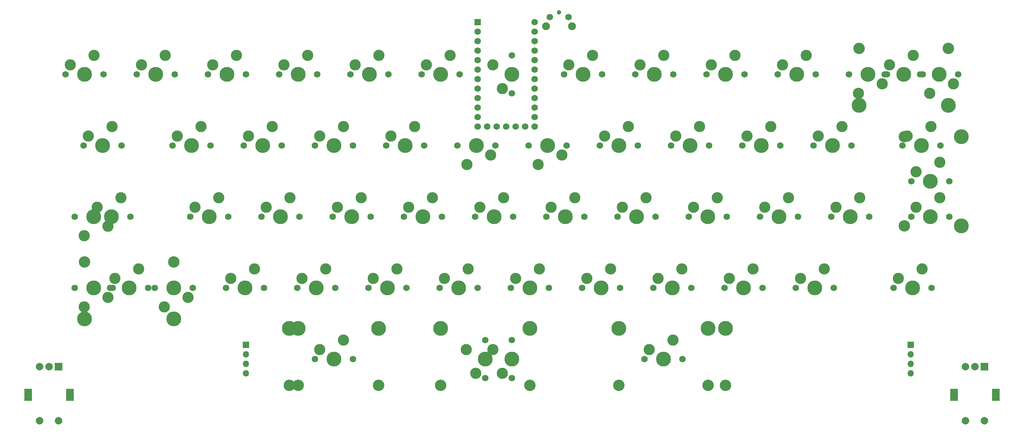
<source format=gts>
G04 #@! TF.GenerationSoftware,KiCad,Pcbnew,(6.0.1-0)*
G04 #@! TF.CreationDate,2022-02-05T08:33:48-08:00*
G04 #@! TF.ProjectId,sketchy,736b6574-6368-4792-9e6b-696361645f70,1*
G04 #@! TF.SameCoordinates,Original*
G04 #@! TF.FileFunction,Soldermask,Top*
G04 #@! TF.FilePolarity,Negative*
%FSLAX46Y46*%
G04 Gerber Fmt 4.6, Leading zero omitted, Abs format (unit mm)*
G04 Created by KiCad (PCBNEW (6.0.1-0)) date 2022-02-05 08:33:48*
%MOMM*%
%LPD*%
G01*
G04 APERTURE LIST*
%ADD10C,3.048000*%
%ADD11C,3.000000*%
%ADD12C,3.987800*%
%ADD13C,1.750000*%
%ADD14R,1.700000X1.700000*%
%ADD15O,1.700000X1.700000*%
%ADD16R,2.000000X2.000000*%
%ADD17C,2.000000*%
%ADD18R,2.000000X3.200000*%
%ADD19R,1.752600X1.752600*%
%ADD20C,1.752600*%
%ADD21C,1.200000*%
%ADD22C,2.100000*%
G04 APERTURE END LIST*
D10*
X129349500Y-132397500D03*
X153225500Y-132397500D03*
D11*
X136207500Y-122872500D03*
D12*
X129349500Y-117157500D03*
D13*
X141287500Y-130492500D03*
D11*
X138747500Y-129222500D03*
D12*
X153225500Y-117157500D03*
D13*
X141287500Y-120332500D03*
D12*
X141287500Y-125412500D03*
D14*
X255085750Y-121602500D03*
D15*
X255085750Y-124142500D03*
X255085750Y-126682500D03*
X255085750Y-129222500D03*
D16*
X274756250Y-127437500D03*
D17*
X269756250Y-127437500D03*
X272256250Y-127437500D03*
D18*
X277856250Y-134937500D03*
X266656250Y-134937500D03*
D17*
X269756250Y-141937500D03*
X274756250Y-141937500D03*
D16*
X27106250Y-127437500D03*
D17*
X22106250Y-127437500D03*
X24606250Y-127437500D03*
D18*
X30206250Y-134937500D03*
X19006250Y-134937500D03*
D17*
X22106250Y-141937500D03*
X27106250Y-141937500D03*
D14*
X77285750Y-121602500D03*
D15*
X77285750Y-124142500D03*
X77285750Y-126682500D03*
X77285750Y-129222500D03*
D19*
X139223750Y-35242500D03*
D20*
X139223750Y-37782500D03*
X139223750Y-40322500D03*
X139223750Y-42862500D03*
X139223750Y-45402500D03*
X139223750Y-47942500D03*
X139223750Y-50482500D03*
X139223750Y-53022500D03*
X139223750Y-55562500D03*
X139223750Y-58102500D03*
X139223750Y-60642500D03*
X139223750Y-63182500D03*
X154463750Y-63182500D03*
X154463750Y-60642500D03*
X154463750Y-58102500D03*
X154463750Y-55562500D03*
X154463750Y-53022500D03*
X154463750Y-50482500D03*
X154463750Y-47942500D03*
X154463750Y-45402500D03*
X154463750Y-42862500D03*
X154463750Y-40322500D03*
X154463750Y-37782500D03*
X154463750Y-35242500D03*
X141763750Y-63182500D03*
X144303750Y-63182500D03*
X146843750Y-63182500D03*
X149383750Y-63182500D03*
X151923750Y-63182500D03*
D13*
X120173750Y-106362500D03*
X110013750Y-106362500D03*
D11*
X117633750Y-101282500D03*
D12*
X115093750Y-106362500D03*
D11*
X111283750Y-103822500D03*
D13*
X148431250Y-130492500D03*
D10*
X205581250Y-132397500D03*
D11*
X143351250Y-122872500D03*
D12*
X148431250Y-125412500D03*
D10*
X91281250Y-132397500D03*
D12*
X205581250Y-117157500D03*
X91281250Y-117157500D03*
D13*
X148431250Y-120332500D03*
D11*
X145891250Y-129222500D03*
D13*
X201136250Y-68262500D03*
D11*
X198596250Y-63182500D03*
X192246250Y-65722500D03*
D12*
X196056250Y-68262500D03*
D13*
X190976250Y-68262500D03*
X152876250Y-68262500D03*
X163036250Y-68262500D03*
D11*
X155416250Y-73342500D03*
X161766250Y-70802500D03*
D12*
X157956250Y-68262500D03*
D13*
X148431250Y-44132500D03*
D11*
X145891250Y-53022500D03*
D12*
X148431250Y-49212500D03*
D13*
X148431250Y-54292500D03*
D11*
X143351250Y-46672500D03*
X116046250Y-65722500D03*
X122396250Y-63182500D03*
D12*
X119856250Y-68262500D03*
D13*
X114776250Y-68262500D03*
X124936250Y-68262500D03*
D11*
X42227500Y-103822500D03*
D10*
X57975500Y-99377500D03*
D12*
X57975500Y-114617500D03*
D13*
X40957500Y-106362500D03*
D12*
X46037500Y-106362500D03*
X34099500Y-114617500D03*
D11*
X48577500Y-101282500D03*
D10*
X34099500Y-99377500D03*
D13*
X51117500Y-106362500D03*
D11*
X55403750Y-111442500D03*
D12*
X57943750Y-106362500D03*
D11*
X61753750Y-108902500D03*
D13*
X52863750Y-106362500D03*
X63023750Y-106362500D03*
X81438750Y-87312500D03*
D12*
X86518750Y-87312500D03*
D11*
X89058750Y-82232500D03*
X82708750Y-84772500D03*
D13*
X91598750Y-87312500D03*
X67786250Y-68262500D03*
D11*
X58896250Y-65722500D03*
D13*
X57626250Y-68262500D03*
D11*
X65246250Y-63182500D03*
D12*
X62706250Y-68262500D03*
D11*
X170021250Y-44132500D03*
D12*
X167481250Y-49212500D03*
D11*
X163671250Y-46672500D03*
D13*
X162401250Y-49212500D03*
X172561250Y-49212500D03*
D10*
X241268250Y-42227500D03*
D13*
X258286250Y-49212500D03*
X248126250Y-49212500D03*
D11*
X249396250Y-46672500D03*
X255746250Y-44132500D03*
D10*
X265144250Y-42227500D03*
D12*
X241268250Y-57467500D03*
X253206250Y-49212500D03*
X265144250Y-57467500D03*
X88868250Y-117157500D03*
D11*
X96996250Y-122872500D03*
X103346250Y-120332500D03*
D10*
X112744250Y-132397500D03*
D12*
X100806250Y-125412500D03*
D10*
X88868250Y-132397500D03*
D13*
X105886250Y-125412500D03*
D12*
X112744250Y-117157500D03*
D13*
X95726250Y-125412500D03*
D11*
X187483750Y-103822500D03*
D13*
X196373750Y-106362500D03*
D12*
X191293750Y-106362500D03*
D13*
X186213750Y-106362500D03*
D11*
X193833750Y-101282500D03*
D12*
X124618750Y-87312500D03*
D13*
X119538750Y-87312500D03*
D11*
X120808750Y-84772500D03*
D13*
X129698750Y-87312500D03*
D11*
X127158750Y-82232500D03*
D12*
X41275000Y-87312500D03*
D11*
X43815000Y-82232500D03*
D13*
X46355000Y-87312500D03*
X36195000Y-87312500D03*
D11*
X37465000Y-84772500D03*
X173196250Y-65722500D03*
D12*
X177006250Y-68262500D03*
D11*
X179546250Y-63182500D03*
D13*
X182086250Y-68262500D03*
X171926250Y-68262500D03*
D12*
X176974500Y-117157500D03*
X200850500Y-117157500D03*
D11*
X191452500Y-120332500D03*
D13*
X183832500Y-125412500D03*
D12*
X188912500Y-125412500D03*
D13*
X193992500Y-125412500D03*
D11*
X185102500Y-122872500D03*
D10*
X200850500Y-132397500D03*
X176974500Y-132397500D03*
D11*
X136366250Y-73342500D03*
D12*
X138906250Y-68262500D03*
D11*
X142716250Y-70802500D03*
D13*
X143986250Y-68262500D03*
X133826250Y-68262500D03*
D11*
X256540000Y-84772500D03*
D13*
X255270000Y-87312500D03*
D11*
X262890000Y-82232500D03*
D12*
X260350000Y-87312500D03*
D13*
X265430000Y-87312500D03*
D12*
X134143750Y-106362500D03*
D11*
X130333750Y-103822500D03*
X136683750Y-101282500D03*
D13*
X139223750Y-106362500D03*
X129063750Y-106362500D03*
X76676250Y-68262500D03*
D11*
X77946250Y-65722500D03*
D13*
X86836250Y-68262500D03*
D12*
X81756250Y-68262500D03*
D11*
X84296250Y-63182500D03*
X101758750Y-84772500D03*
D13*
X100488750Y-87312500D03*
D12*
X105568750Y-87312500D03*
D13*
X110648750Y-87312500D03*
D11*
X108108750Y-82232500D03*
D13*
X205898750Y-87312500D03*
X195738750Y-87312500D03*
D11*
X197008750Y-84772500D03*
X203358750Y-82232500D03*
D12*
X200818750Y-87312500D03*
X96043750Y-106362500D03*
D13*
X90963750Y-106362500D03*
D11*
X98583750Y-101282500D03*
D13*
X101123750Y-106362500D03*
D11*
X92233750Y-103822500D03*
D12*
X268605000Y-89725500D03*
D13*
X265430000Y-77787500D03*
X255270000Y-77787500D03*
D10*
X253365000Y-65849500D03*
D11*
X256540000Y-75247500D03*
D10*
X253365000Y-89725500D03*
D11*
X262890000Y-72707500D03*
D12*
X268605000Y-65849500D03*
X260350000Y-77787500D03*
D11*
X220821250Y-46672500D03*
X227171250Y-44132500D03*
D12*
X224631250Y-49212500D03*
D13*
X229711250Y-49212500D03*
X219551250Y-49212500D03*
D11*
X212883750Y-101282500D03*
D13*
X215423750Y-106362500D03*
X205263750Y-106362500D03*
D11*
X206533750Y-103822500D03*
D12*
X210343750Y-106362500D03*
D13*
X48101250Y-49212500D03*
D11*
X55721250Y-44132500D03*
D13*
X58261250Y-49212500D03*
D11*
X49371250Y-46672500D03*
D12*
X53181250Y-49212500D03*
D11*
X73183750Y-103822500D03*
D12*
X76993750Y-106362500D03*
D13*
X71913750Y-106362500D03*
D11*
X79533750Y-101282500D03*
D13*
X82073750Y-106362500D03*
D12*
X72231250Y-49212500D03*
D11*
X74771250Y-44132500D03*
D13*
X67151250Y-49212500D03*
D11*
X68421250Y-46672500D03*
D13*
X77311250Y-49212500D03*
D11*
X189071250Y-44132500D03*
D13*
X181451250Y-49212500D03*
D12*
X186531250Y-49212500D03*
D11*
X182721250Y-46672500D03*
D13*
X191611250Y-49212500D03*
D11*
X260191250Y-54292500D03*
X266541250Y-51752500D03*
D13*
X267811250Y-49212500D03*
D12*
X262731250Y-49212500D03*
D13*
X257651250Y-49212500D03*
D11*
X36671250Y-44132500D03*
D13*
X29051250Y-49212500D03*
D12*
X34131250Y-49212500D03*
D11*
X30321250Y-46672500D03*
D13*
X39211250Y-49212500D03*
X220186250Y-68262500D03*
D11*
X211296250Y-65722500D03*
X217646250Y-63182500D03*
D12*
X215106250Y-68262500D03*
D13*
X210026250Y-68262500D03*
X234473750Y-106362500D03*
D11*
X231933750Y-101282500D03*
D13*
X224313750Y-106362500D03*
D11*
X225583750Y-103822500D03*
D12*
X229393750Y-106362500D03*
D11*
X63658750Y-84772500D03*
D13*
X62388750Y-87312500D03*
X72548750Y-87312500D03*
D11*
X70008750Y-82232500D03*
D12*
X67468750Y-87312500D03*
D11*
X216058750Y-84772500D03*
D12*
X219868750Y-87312500D03*
D11*
X222408750Y-82232500D03*
D13*
X214788750Y-87312500D03*
X224948750Y-87312500D03*
D12*
X257968750Y-68262500D03*
D13*
X263048750Y-68262500D03*
D11*
X260508750Y-63182500D03*
D13*
X252888750Y-68262500D03*
D11*
X254158750Y-65722500D03*
D13*
X200501250Y-49212500D03*
D11*
X208121250Y-44132500D03*
X201771250Y-46672500D03*
D12*
X205581250Y-49212500D03*
D13*
X210661250Y-49212500D03*
X41592500Y-87312500D03*
D12*
X36512500Y-87312500D03*
D13*
X31432500Y-87312500D03*
D11*
X40322500Y-89852500D03*
X33972500Y-92392500D03*
X177958750Y-84772500D03*
D13*
X186848750Y-87312500D03*
D11*
X184308750Y-82232500D03*
D13*
X176688750Y-87312500D03*
D12*
X181768750Y-87312500D03*
X243681250Y-49212500D03*
D11*
X241141250Y-54292500D03*
D13*
X238601250Y-49212500D03*
D11*
X247491250Y-51752500D03*
D13*
X248761250Y-49212500D03*
D11*
X149383750Y-103822500D03*
D13*
X148113750Y-106362500D03*
X158273750Y-106362500D03*
D11*
X155733750Y-101282500D03*
D12*
X153193750Y-106362500D03*
D13*
X167798750Y-87312500D03*
D11*
X158908750Y-84772500D03*
D12*
X162718750Y-87312500D03*
D11*
X165258750Y-82232500D03*
D13*
X157638750Y-87312500D03*
X250507500Y-106362500D03*
D11*
X258127500Y-101282500D03*
X251777500Y-103822500D03*
D12*
X255587500Y-106362500D03*
D13*
X260667500Y-106362500D03*
D11*
X35083750Y-65722500D03*
X41433750Y-63182500D03*
D12*
X38893750Y-68262500D03*
D13*
X43973750Y-68262500D03*
X33813750Y-68262500D03*
D11*
X33972500Y-111442500D03*
D12*
X36512500Y-106362500D03*
D11*
X40322500Y-108902500D03*
D13*
X31432500Y-106362500D03*
X41592500Y-106362500D03*
D11*
X93821250Y-44132500D03*
D12*
X91281250Y-49212500D03*
D11*
X87471250Y-46672500D03*
D13*
X96361250Y-49212500D03*
X86201250Y-49212500D03*
D12*
X129381250Y-49212500D03*
D13*
X124301250Y-49212500D03*
D11*
X125571250Y-46672500D03*
X131921250Y-44132500D03*
D13*
X134461250Y-49212500D03*
D11*
X146208750Y-82232500D03*
D13*
X148748750Y-87312500D03*
D12*
X143668750Y-87312500D03*
D13*
X138588750Y-87312500D03*
D11*
X139858750Y-84772500D03*
D12*
X238918750Y-87312500D03*
D11*
X241458750Y-82232500D03*
X235108750Y-84772500D03*
D13*
X243998750Y-87312500D03*
X233838750Y-87312500D03*
X229076250Y-68262500D03*
X239236250Y-68262500D03*
D11*
X236696250Y-63182500D03*
X230346250Y-65722500D03*
D12*
X234156250Y-68262500D03*
D11*
X168433750Y-103822500D03*
D13*
X167163750Y-106362500D03*
D11*
X174783750Y-101282500D03*
D13*
X177323750Y-106362500D03*
D12*
X172243750Y-106362500D03*
D11*
X96996250Y-65722500D03*
D13*
X95726250Y-68262500D03*
X105886250Y-68262500D03*
D11*
X103346250Y-63182500D03*
D12*
X100806250Y-68262500D03*
D11*
X106521250Y-46672500D03*
D12*
X110331250Y-49212500D03*
D11*
X112871250Y-44132500D03*
D13*
X105251250Y-49212500D03*
X115411250Y-49212500D03*
D21*
X161012500Y-32633750D03*
D22*
X164512500Y-36333750D03*
X157502500Y-36333750D03*
D13*
X163512500Y-33843750D03*
X158512500Y-33843750D03*
M02*

</source>
